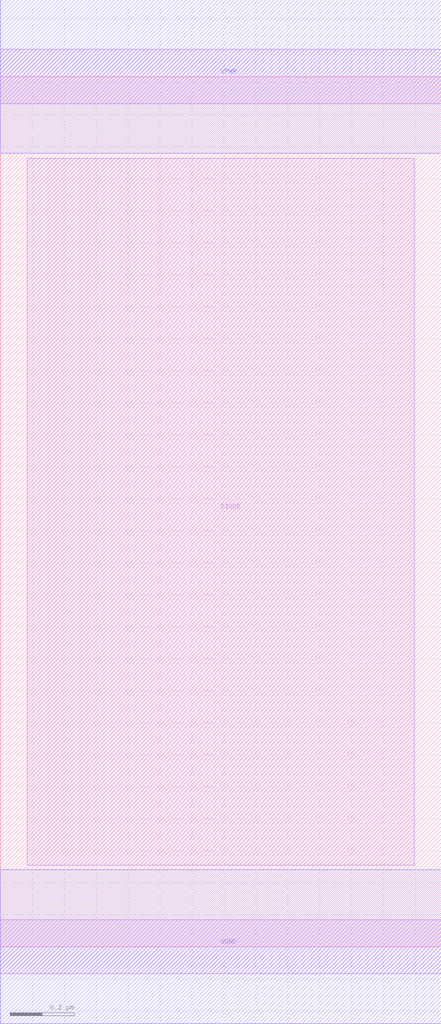
<source format=lef>
# Copyright 2020 The SkyWater PDK Authors
#
# Licensed under the Apache License, Version 2.0 (the "License");
# you may not use this file except in compliance with the License.
# You may obtain a copy of the License at
#
#     https://www.apache.org/licenses/LICENSE-2.0
#
# Unless required by applicable law or agreed to in writing, software
# distributed under the License is distributed on an "AS IS" BASIS,
# WITHOUT WARRANTIES OR CONDITIONS OF ANY KIND, either express or implied.
# See the License for the specific language governing permissions and
# limitations under the License.
#
# SPDX-License-Identifier: Apache-2.0

VERSION 5.5 ;
NAMESCASESENSITIVE ON ;
BUSBITCHARS "[]" ;
DIVIDERCHAR "/" ;
MACRO sky130_fd_sc_hd__diode_1
  CLASS CORE ;
  SOURCE USER ;
  ORIGIN  0.000000  0.000000 ;
  SIZE  1.380000 BY  2.720000 ;
  SYMMETRY X Y R90 ;
  SITE unit ;
  PIN DIODE
    ANTENNADIFFAREA  0.745200 ;
    DIRECTION INPUT ;
    USE SIGNAL ;
    PORT
      LAYER li1 ;
        RECT 0.085000 0.255000 1.295000 2.465000 ;
    END
  END DIODE
  PIN VGND
    SHAPE ABUTMENT ;
    USE GROUND ;
    PORT
      LAYER li1 ;
        RECT 0.000000 -0.085000 1.380000 0.085000 ;
    END
    PORT
      LAYER met1 ;
        RECT 0.000000 -0.240000 1.380000 0.240000 ;
    END
  END VGND
  PIN VPWR
    SHAPE ABUTMENT ;
    USE POWER ;
    PORT
      LAYER li1 ;
        RECT 0.000000 2.635000 1.380000 2.805000 ;
    END
    PORT
      LAYER met1 ;
        RECT 0.000000 2.480000 1.380000 2.960000 ;
    END
  END VPWR
  OBS
  END
END sky130_fd_sc_hd__diode_1

</source>
